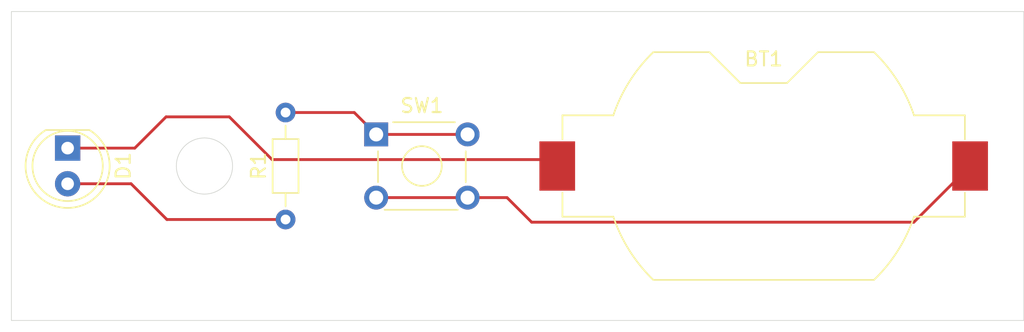
<source format=kicad_pcb>
(kicad_pcb (version 20240108) (generator "pcbnew") (generator_version "8.0")
  (title_block (title "LED Torch") (date "2024-08-09") (rev "v1"))
  (layers (0 "F.Cu" signal) (31 "B.Cu" signal) (34 "B.Paste" user) (35 "F.Paste" user) (36 "B.SilkS" user "B.Silkscreen") (37 "F.SilkS" user "F.Silkscreen") (38 "B.Mask" user) (39 "F.Mask" user) (44 "Edge.Cuts" user))
  (net 0 "")
  (net 1 "/GND")
  (net 2 "/VCC")
  (net 3 "Net-(D1-A)")
  (net 4 "Net-(R1-Pad2)")
  (footprint "LED_THT:LED_D5.0mm" (layer "F.Cu") (at 128 98.725 -90)
    (property "Reference" "D1" (at 1.27 -3.96 90) (layer "F.SilkS"))
    (property "Value" "LED")
    (fp_line (start -1.29 -1.545) (end -1.29 1.545) (stroke (width 0.12)) (layer "F.SilkS"))
    (fp_arc (start 4.26 -0.000462) (mid 2.072002 2.880433) (end -1.29 1.54483) (stroke (width 0.12)) (layer "F.SilkS"))
    (fp_arc (start -1.29 -1.54483) (mid 2.072002 -2.880433) (end 4.26 0.000462) (stroke (width 0.12)) (layer "F.SilkS"))
    (fp_circle (center 1.27 0) (end 3.77 0) (stroke (width 0.12)) (fill none) (layer "F.SilkS"))
    (pad "1" thru_hole rect (at 0 0 270) (size 1.8 1.8) (drill 0.9) (layers "*.Cu" "*.Mask") (net 1 "/GND"))
    (pad "2" thru_hole circle (at 2.54 0 270) (size 1.8 1.8) (drill 0.9) (layers "*.Cu" "*.Mask") (net 3 "Net-(D1-A)"))
  )
  (footprint "Resistor_THT:R_Axial_DIN0204_L3.6mm_D1.6mm_P7.62mm_Horizontal" (layer "F.Cu") (at 143.5 103.81 90)
    (property "Reference" "R1" (at 3.81 -1.92 90) (layer "F.SilkS"))
    (property "Value" "R")
    (fp_line (start 5.73 -0.92) (end 1.89 -0.92) (stroke (width 0.12)) (layer "F.SilkS"))
    (fp_line (start 1.89 -0.92) (end 1.89 0.92) (stroke (width 0.12)) (layer "F.SilkS"))
    (fp_line (start 6.68 0) (end 5.73 0) (stroke (width 0.12)) (layer "F.SilkS"))
    (fp_line (start 0.94 0) (end 1.89 0) (stroke (width 0.12)) (layer "F.SilkS"))
    (fp_line (start 5.73 0.92) (end 5.73 -0.92) (stroke (width 0.12)) (layer "F.SilkS"))
    (fp_line (start 1.89 0.92) (end 5.73 0.92) (stroke (width 0.12)) (layer "F.SilkS"))
    (pad "1" thru_hole circle (at 0 0 90) (size 1.4 1.4) (drill 0.7) (layers "*.Cu" "*.Mask") (net 3 "Net-(D1-A)"))
    (pad "2" thru_hole oval (at 7.62 0 90) (size 1.4 1.4) (drill 0.7) (layers "*.Cu" "*.Mask") (net 4 "Net-(R1-Pad2)"))
  )
  (footprint "Button_Switch_THT:SW_TH_Tactile_Omron_B3F-10xx" (layer "F.Cu") (at 149.94375 97.75)
    (property "Reference" "SW1" (at 3.25 -2.05 0) (layer "F.SilkS"))
    (property "Value" "SW_Push")
    (fp_line (start 0.13 3.4) (end 0.13 1.2) (stroke (width 0.12)) (layer "F.SilkS"))
    (fp_line (start 0.6 5.37) (end 5.8 5.37) (stroke (width 0.12)) (layer "F.SilkS"))
    (fp_line (start 1.2 -0.87) (end 5.6 -0.87) (stroke (width 0.12)) (layer "F.SilkS"))
    (fp_line (start 6.37 1.2) (end 6.37 3.4) (stroke (width 0.12)) (layer "F.SilkS"))
    (fp_circle (center 3.25 2.25) (end 4.25 3.25) (stroke (width 0.12)) (fill none) (layer "F.SilkS"))
    (pad "1" thru_hole rect (at 0 0) (size 1.7 1.7) (drill 1) (layers "*.Cu" "*.Mask") (net 4 "Net-(R1-Pad2)"))
    (pad "1" thru_hole circle (at 6.5 0) (size 1.7 1.7) (drill 1) (layers "*.Cu" "*.Mask") (net 4 "Net-(R1-Pad2)"))
    (pad "2" thru_hole circle (at 0 4.5) (size 1.7 1.7) (drill 1) (layers "*.Cu" "*.Mask") (net 2 "/VCC"))
    (pad "2" thru_hole circle (at 6.5 4.5) (size 1.7 1.7) (drill 1) (layers "*.Cu" "*.Mask") (net 2 "/VCC"))
  )
  (footprint "Battery:BatteryHolder_Keystone_1058_1x2032" (layer "F.Cu") (at 177.5 100 180)
    (property "Reference" "BT1" (at 0 7.62 360) (layer "F.SilkS"))
    (property "Value" "Battery_Cell")
    (fp_line (start 14.31 3.61) (end 10.692 3.61) (stroke (width 0.12)) (layer "F.SilkS"))
    (fp_line (start 14.31 1.9) (end 14.31 3.61) (stroke (width 0.12)) (layer "F.SilkS"))
    (fp_line (start 14.31 -1.9) (end 14.31 -3.61) (stroke (width 0.12)) (layer "F.SilkS"))
    (fp_line (start 10.692 -3.61) (end 14.31 -3.61) (stroke (width 0.12)) (layer "F.SilkS"))
    (fp_line (start 7.8473 8.11) (end 3.86 8.11) (stroke (width 0.12)) (layer "F.SilkS"))
    (fp_line (start 1.66 5.91) (end 3.86 8.11) (stroke (width 0.12)) (layer "F.SilkS"))
    (fp_line (start 1.66 5.91) (end -1.66 5.91) (stroke (width 0.12)) (layer "F.SilkS"))
    (fp_line (start -1.66 5.91) (end -3.86 8.11) (stroke (width 0.12)) (layer "F.SilkS"))
    (fp_line (start -3.86 8.11) (end -7.8473 8.11) (stroke (width 0.12)) (layer "F.SilkS"))
    (fp_line (start -7.8473 -8.11) (end 7.8473 -8.11) (stroke (width 0.12)) (layer "F.SilkS"))
    (fp_line (start -10.692 3.61) (end -14.31 3.61) (stroke (width 0.12)) (layer "F.SilkS"))
    (fp_line (start -14.31 1.9) (end -14.31 3.61) (stroke (width 0.12)) (layer "F.SilkS"))
    (fp_line (start -14.31 -1.9) (end -14.31 -3.61) (stroke (width 0.12)) (layer "F.SilkS"))
    (fp_line (start -14.31 -3.61) (end -10.692 -3.61) (stroke (width 0.12)) (layer "F.SilkS"))
    (fp_arc (start 10.692 3.61) (mid 9.538084 6.031244) (end 7.845371 8.111789) (stroke (width 0.12)) (layer "F.SilkS"))
    (fp_arc (start 7.845371 -8.111789) (mid 9.538085 -6.031244) (end 10.692 -3.61) (stroke (width 0.12)) (layer "F.SilkS"))
    (fp_arc (start -7.845371 8.111789) (mid -9.538085 6.031244) (end -10.692 3.61) (stroke (width 0.12)) (layer "F.SilkS"))
    (fp_arc (start -10.692 -3.61) (mid -9.538084 -6.031244) (end -7.845371 -8.111789) (stroke (width 0.12)) (layer "F.SilkS"))
    (pad "1" smd rect (at -14.68 0 180) (size 2.54 3.51) (layers "F.Cu" "F.Paste" "F.Mask") (net 2 "/VCC"))
    (pad "2" smd rect (at 14.68 0 180) (size 2.54 3.51) (layers "F.Cu" "F.Paste" "F.Mask") (net 1 "/GND"))
  )
  (gr_circle (center 137.73125 100) (end 137.73125 102) (stroke (width 0.05)) (fill none) (layer "Edge.Cuts"))
  (gr_rect (start 124 89) (end 196 111) (stroke (width 0.05)) (fill none) (layer "Edge.Cuts"))
  (segment (start 162.361875 99.541875) (end 162.82 100) (width 0.2) (layer "F.Cu") (net 1))
  (segment (start 139.5 96.5) (end 142.541875 99.541875) (width 0.2) (layer "F.Cu") (net 1))
  (segment (start 142.541875 99.541875) (end 162.361875 99.541875) (width 0.2) (layer "F.Cu") (net 1))
  (segment (start 128 98.725) (end 132.775 98.725) (width 0.2) (layer "F.Cu") (net 1))
  (segment (start 135 96.5) (end 139.5 96.5) (width 0.2) (layer "F.Cu") (net 1))
  (segment (start 132.775 98.725) (end 135 96.5) (width 0.2) (layer "F.Cu") (net 1))
  (segment (start 159.25 102.25) (end 161 104) (width 0.2) (layer "F.Cu") (net 2))
  (segment (start 188.18 104) (end 192.18 100) (width 0.2) (layer "F.Cu") (net 2))
  (segment (start 156.44375 102.25) (end 159.25 102.25) (width 0.2) (layer "F.Cu") (net 2))
  (segment (start 149.94375 102.25) (end 156.44375 102.25) (width 0.2) (layer "F.Cu") (net 2))
  (segment (start 161 104) (end 188.18 104) (width 0.2) (layer "F.Cu") (net 2))
  (segment (start 132.515 101.265) (end 135.06 103.81) (width 0.2) (layer "F.Cu") (net 3))
  (segment (start 135.06 103.81) (end 143.5 103.81) (width 0.2) (layer "F.Cu") (net 3))
  (segment (start 128 101.265) (end 132.515 101.265) (width 0.2) (layer "F.Cu") (net 3))
  (segment (start 143.5 96.19) (end 148.38375 96.19) (width 0.2) (layer "F.Cu") (net 4))
  (segment (start 149.94375 97.75) (end 156.44375 97.75) (width 0.2) (layer "F.Cu") (net 4))
  (segment (start 148.38375 96.19) (end 149.94375 97.75) (width 0.2) (layer "F.Cu") (net 4))
)
</source>
